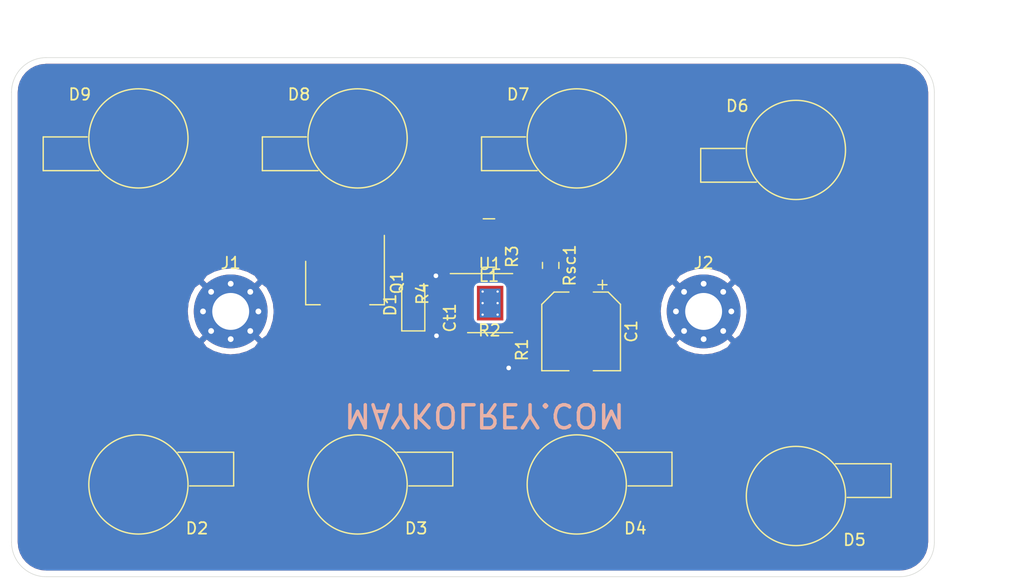
<source format=kicad_pcb>
(kicad_pcb (version 20211014) (generator pcbnew)
  (layers (0 "F.Cu" signal) (31 "B.Cu" signal) (34 "B.Paste" user) (35 "F.Paste" user) (36 "B.SilkS" user "B.Silkscreen") (37 "F.SilkS" user "F.Silkscreen") (38 "B.Mask" user) (39 "F.Mask" user) (44 "Edge.Cuts" user))
  (net 0 "")
  (net 1 "/Vin")
  (net 2 "GND")
  (net 3 "Net-(Ct1-Pad1)")
  (net 4 "Net-(D1-Pad2)")
  (net 5 "Net-(D2-Pad1)")
  (net 6 "Net-(D3-Pad1)")
  (net 7 "Net-(D4-Pad1)")
  (net 8 "Net-(D5-Pad1)")
  (net 9 "Net-(D6-Pad1)")
  (net 10 "Net-(D7-Pad1)")
  (net 11 "Net-(D8-Pad1)")
  (net 12 "Net-(L1-Pad1)")
  (net 13 "Net-(Q1-Pad1)")
  (net 14 "/V-SENSE")
  (net 15 "Net-(R3-Pad1)")
  (net 16 "VCC")
  (footprint "Capacitor_SMD:CP_Elec_6.3x5.2" (layer "F.Cu") (at 149.38 67.73 -90)
    (fp_text reference "C1" (at 0 -4.35 90) (layer "F.SilkS"))
    (fp_text value "100uF")
    (fp_line (start -3.41 -2.345563) (end -3.41 -1.06) (layer "F.SilkS") (width 0.12))
    (fp_line (start -3.41 2.345563) (end -2.345563 3.41) (layer "F.SilkS") (width 0.12))
    (fp_line (start 3.41 3.41) (end 3.41 1.06) (layer "F.SilkS") (width 0.12))
    (fp_line (start -3.41 -2.345563) (end -2.345563 -3.41) (layer "F.SilkS") (width 0.12))
    (fp_line (start -3.41 2.345563) (end -3.41 1.06) (layer "F.SilkS") (width 0.12))
    (fp_line (start 3.41 -3.41) (end 3.41 -1.06) (layer "F.SilkS") (width 0.12))
    (fp_line (start -4.04375 -2.24125) (end -4.04375 -1.45375) (layer "F.SilkS") (width 0.12))
    (fp_line (start -4.4375 -1.8475) (end -3.65 -1.8475) (layer "F.SilkS") (width 0.12))
    (fp_line (start -2.345563 -3.41) (end 3.41 -3.41) (layer "F.SilkS") (width 0.12))
    (fp_line (start -2.345563 3.41) (end 3.41 3.41) (layer "F.SilkS") (width 0.12))
    (pad "1" smd roundrect locked (at -2.8 0 270) (size 3.5 1.6) (layers "F.Cu" "F.Paste" "F.Mask") (roundrect_rratio 0.15625) (net 1 "/Vin"))
    (pad "2" smd roundrect locked (at 2.8 0 270) (size 3.5 1.6) (layers "F.Cu" "F.Paste" "F.Mask") (roundrect_rratio 0.15625) (net 2 "GND"))
  )
  (footprint "Capacitor_SMD:C_0402_1005Metric" (layer "F.Cu") (at 136.83 66.56 -90)
    (fp_text reference "Ct1" (at 0 -1.17 90) (layer "F.SilkS"))
    (fp_text value "560pF")
    (pad "1" smd roundrect locked (at -0.485 0 270) (size 0.59 0.64) (layers "F.Cu" "F.Paste" "F.Mask") (net 3 "Net-(Ct1-Pad1)"))
    (pad "2" smd roundrect locked (at 0.485 0 270) (size 0.59 0.64) (layers "F.Cu" "F.Paste" "F.Mask") (net 2 "GND"))
  )
  (footprint "Diode_SMD:D_SOD-123" (layer "F.Cu") (at 134.83 65.44 90)
    (fp_text reference "D1" (at 0 -2 90) (layer "F.SilkS"))
    (fp_text value "1N5819")
    (fp_line (start -2.25 1) (end 1.65 1) (layer "F.SilkS") (width 0.12))
    (fp_line (start -2.25 -1) (end -2.25 1) (layer "F.SilkS") (width 0.12))
    (fp_line (start -2.25 -1) (end 1.65 -1) (layer "F.SilkS") (width 0.12))
    (pad "1" smd rect locked (at -1.65 0 90) (size 0.9 1.2) (layers "F.Cu" "F.Paste" "F.Mask") (net 16 "VCC"))
    (pad "2" smd rect locked (at 1.65 0 90) (size 0.9 1.2) (layers "F.Cu" "F.Paste" "F.Mask") (net 4 "Net-(D1-Pad2)"))
  )
  (footprint "LED_SMD:LED_1W_3W_R8" (layer "F.Cu") (at 111 81 180)
    (fp_text reference "D2" (at -5.08 -3.81) (layer "F.SilkS"))
    (fp_text value "LED_1W")
    (fp_line (start -8.255 -0.127) (end -8.255 2.794) (layer "F.SilkS") (width 0.12))
    (fp_line (start -4.445 -0.127) (end -8.255 -0.127) (layer "F.SilkS") (width 0.12))
    (fp_line (start -8.255 2.794) (end -3.429 2.794) (layer "F.SilkS") (width 0.12))
    (fp_circle (center 0 0) (end -4.3 0) (layer "F.SilkS") (width 0.12) (fill none))
    (pad "1" smd rect locked (at -6.35 1.35 180) (size 3.5 2.7) (layers "F.Cu" "F.Paste" "F.Mask") (net 5 "Net-(D2-Pad1)"))
    (pad "2" smd rect locked (at 6.35 -1.35 180) (size 3.5 2.7) (layers "F.Cu" "F.Paste" "F.Mask") (net 16 "VCC"))
    (pad "3" smd circle locked (at 0 0 180) (size 5.7 5.7) (layers "F.Cu" "F.Paste" "F.Mask"))
  )
  (footprint "LED_SMD:LED_1W_3W_R8" (layer "F.Cu") (at 130 81 180)
    (fp_text reference "D3" (at -5.08 -3.81) (layer "F.SilkS"))
    (fp_text value "LED_1W")
    (fp_line (start -8.255 -0.127) (end -8.255 2.794) (layer "F.SilkS") (width 0.12))
    (fp_line (start -8.255 2.794) (end -3.429 2.794) (layer "F.SilkS") (width 0.12))
    (fp_line (start -4.445 -0.127) (end -8.255 -0.127) (layer "F.SilkS") (width 0.12))
    (fp_circle (center 0 0) (end -4.3 0) (layer "F.SilkS") (width 0.12) (fill none))
    (pad "1" smd rect locked (at -6.35 1.35 180) (size 3.5 2.7) (layers "F.Cu" "F.Paste" "F.Mask") (net 6 "Net-(D3-Pad1)"))
    (pad "2" smd rect locked (at 6.35 -1.35 180) (size 3.5 2.7) (layers "F.Cu" "F.Paste" "F.Mask") (net 5 "Net-(D2-Pad1)"))
    (pad "3" smd circle locked (at 0 0 180) (size 5.7 5.7) (layers "F.Cu" "F.Paste" "F.Mask"))
  )
  (footprint "LED_SMD:LED_1W_3W_R8" (layer "F.Cu") (at 149 81 180)
    (fp_text reference "D4" (at -5.08 -3.81) (layer "F.SilkS"))
    (fp_text value "LED_1W")
    (fp_line (start -4.445 -0.127) (end -8.255 -0.127) (layer "F.SilkS") (width 0.12))
    (fp_line (start -8.255 -0.127) (end -8.255 2.794) (layer "F.SilkS") (width 0.12))
    (fp_line (start -8.255 2.794) (end -3.429 2.794) (layer "F.SilkS") (width 0.12))
    (fp_circle (center 0 0) (end -4.3 0) (layer "F.SilkS") (width 0.12) (fill none))
    (pad "1" smd rect locked (at -6.35 1.35 180) (size 3.5 2.7) (layers "F.Cu" "F.Paste" "F.Mask") (net 7 "Net-(D4-Pad1)"))
    (pad "2" smd rect locked (at 6.35 -1.35 180) (size 3.5 2.7) (layers "F.Cu" "F.Paste" "F.Mask") (net 6 "Net-(D3-Pad1)"))
    (pad "3" smd circle locked (at 0 0 180) (size 5.7 5.7) (layers "F.Cu" "F.Paste" "F.Mask"))
  )
  (footprint "LED_SMD:LED_1W_3W_R8" (layer "F.Cu") (at 168 82 180)
    (fp_text reference "D5" (at -5.08 -3.81) (layer "F.SilkS"))
    (fp_text value "LED_1W")
    (fp_line (start -8.255 2.794) (end -3.429 2.794) (layer "F.SilkS") (width 0.12))
    (fp_line (start -4.445 -0.127) (end -8.255 -0.127) (layer "F.SilkS") (width 0.12))
    (fp_line (start -8.255 -0.127) (end -8.255 2.794) (layer "F.SilkS") (width 0.12))
    (fp_circle (center 0 0) (end -4.3 0) (layer "F.SilkS") (width 0.12) (fill none))
    (pad "1" smd rect locked (at -6.35 1.35 180) (size 3.5 2.7) (layers "F.Cu" "F.Paste" "F.Mask") (net 8 "Net-(D5-Pad1)"))
    (pad "2" smd rect locked (at 6.35 -1.35 180) (size 3.5 2.7) (layers "F.Cu" "F.Paste" "F.Mask") (net 7 "Net-(D4-Pad1)"))
    (pad "3" smd circle locked (at 0 0 180) (size 5.7 5.7) (layers "F.Cu" "F.Paste" "F.Mask"))
  )
  (footprint "LED_SMD:LED_1W_3W_R8" (layer "F.Cu") (at 168 52)
    (fp_text reference "D6" (at -5.08 -3.81 180) (layer "F.SilkS"))
    (fp_text value "LED_1W")
    (fp_line (start -8.255 2.794) (end -3.429 2.794) (layer "F.SilkS") (width 0.12))
    (fp_line (start -8.255 -0.127) (end -8.255 2.794) (layer "F.SilkS") (width 0.12))
    (fp_line (start -4.445 -0.127) (end -8.255 -0.127) (layer "F.SilkS") (width 0.12))
    (fp_circle (center 0 0) (end -4.3 0) (layer "F.SilkS") (width 0.12) (fill none))
    (pad "1" smd rect locked (at -6.35 1.35) (size 3.5 2.7) (layers "F.Cu" "F.Paste" "F.Mask") (net 9 "Net-(D6-Pad1)"))
    (pad "2" smd rect locked (at 6.35 -1.35) (size 3.5 2.7) (layers "F.Cu" "F.Paste" "F.Mask") (net 8 "Net-(D5-Pad1)"))
    (pad "3" smd circle locked (at 0 0) (size 5.7 5.7) (layers "F.Cu" "F.Paste" "F.Mask"))
  )
  (footprint "LED_SMD:LED_1W_3W_R8" (layer "F.Cu") (at 149 51)
    (fp_text reference "D7" (at -5.08 -3.81 180) (layer "F.SilkS"))
    (fp_text value "LED_1W")
    (fp_line (start -8.255 -0.127) (end -8.255 2.794) (layer "F.SilkS") (width 0.12))
    (fp_line (start -8.255 2.794) (end -3.429 2.794) (layer "F.SilkS") (width 0.12))
    (fp_line (start -4.445 -0.127) (end -8.255 -0.127) (layer "F.SilkS") (width 0.12))
    (fp_circle (center 0 0) (end -4.3 0) (layer "F.SilkS") (width 0.12) (fill none))
    (pad "1" smd rect locked (at -6.35 1.35) (size 3.5 2.7) (layers "F.Cu" "F.Paste" "F.Mask") (net 10 "Net-(D7-Pad1)"))
    (pad "2" smd rect locked (at 6.35 -1.35) (size 3.5 2.7) (layers "F.Cu" "F.Paste" "F.Mask") (net 9 "Net-(D6-Pad1)"))
    (pad "3" smd circle locked (at 0 0) (size 5.7 5.7) (layers "F.Cu" "F.Paste" "F.Mask"))
  )
  (footprint "LED_SMD:LED_1W_3W_R8" (layer "F.Cu") (at 130 51)
    (fp_text reference "D8" (at -5.08 -3.81) (layer "F.SilkS"))
    (fp_text value "LED_1W")
    (fp_line (start -8.255 2.794) (end -3.429 2.794) (layer "F.SilkS") (width 0.12))
    (fp_line (start -4.445 -0.127) (end -8.255 -0.127) (layer "F.SilkS") (width 0.12))
    (fp_line (start -8.255 -0.127) (end -8.255 2.794) (layer "F.SilkS") (width 0.12))
    (fp_circle (center 0 0) (end -4.3 0) (layer "F.SilkS") (width 0.12) (fill none))
    (pad "1" smd rect locked (at -6.35 1.35) (size 3.5 2.7) (layers "F.Cu" "F.Paste" "F.Mask") (net 11 "Net-(D8-Pad1)"))
    (pad "2" smd rect locked (at 6.35 -1.35) (size 3.5 2.7) (layers "F.Cu" "F.Paste" "F.Mask") (net 10 "Net-(D7-Pad1)"))
    (pad "3" smd circle locked (at 0 0) (size 5.7 5.7) (layers "F.Cu" "F.Paste" "F.Mask"))
  )
  (footprint "Inductor_SMD:L_Wuerth_MAPI-4030" (layer "F.Cu") (at 141.39 60.07 180)
    (fp_text reference "L1" (at 0 -2.85) (layer "F.SilkS"))
    (fp_text value "50uH")
    (fp_line (start -0.495 2.1) (end 0.495 2.1) (layer "F.SilkS") (width 0.12))
    (fp_line (start -0.495 -2.1) (end 0.495 -2.1) (layer "F.SilkS") (width 0.12))
    (pad "1" smd rect locked (at -1.185 0 180) (size 0.98 3.7) (layers "F.Cu" "F.Paste" "F.Mask") (net 12 "Net-(L1-Pad1)"))
    (pad "2" smd rect locked (at 1.185 0 180) (size 0.98 3.7) (layers "F.Cu" "F.Paste" "F.Mask") (net 4 "Net-(D1-Pad2)"))
  )
  (footprint "Resistor_SMD:R_0402_1005Metric" (layer "F.Cu") (at 143.08 69.33 -90)
    (fp_text reference "R1" (at 0 -1.17 90) (layer "F.SilkS"))
    (fp_text value "5.2K")
    (pad "1" smd roundrect locked (at -0.485 0 270) (size 0.59 0.64) (layers "F.Cu" "F.Paste" "F.Mask") (net 14 "/V-SENSE"))
    (pad "2" smd roundrect locked (at 0.485 0 270) (size 0.59 0.64) (layers "F.Cu" "F.Paste" "F.Mask") (net 2 "GND"))
  )
  (footprint "Resistor_SMD:R_0402_1005Metric" (layer "F.Cu") (at 141.43 68.82)
    (fp_text reference "R2" (at 0 -1.17) (layer "F.SilkS"))
    (fp_text value "100K")
    (pad "1" smd roundrect locked (at -0.485 0) (size 0.59 0.64) (layers "F.Cu" "F.Paste" "F.Mask") (net 16 "VCC"))
    (pad "2" smd roundrect locked (at 0.485 0) (size 0.59 0.64) (layers "F.Cu" "F.Paste" "F.Mask") (net 14 "/V-SENSE"))
  )
  (footprint "Resistor_SMD:R_0402_1005Metric" (layer "F.Cu") (at 136.79 64.45 90)
    (fp_text reference "R4" (at 0 -1.17 90) (layer "F.SilkS"))
    (fp_text value "R")
    (pad "1" smd roundrect locked (at -0.485 0 90) (size 0.59 0.64) (layers "F.Cu" "F.Paste" "F.Mask") (net 13 "Net-(Q1-Pad1)"))
    (pad "2" smd roundrect locked (at 0.485 0 90) (size 0.59 0.64) (layers "F.Cu" "F.Paste" "F.Mask") (net 2 "GND"))
  )
  (footprint "Resistor_SMD:R_0805_2012Metric" (layer "F.Cu") (at 146.74 62.01 -90)
    (fp_text reference "Rsc1" (at 0 -1.65 90) (layer "F.SilkS"))
    (fp_text value "0.11")
    (fp_line (start -0.258578 -0.71) (end 0.258578 -0.71) (layer "F.SilkS") (width 0.12))
    (fp_line (start -0.258578 0.71) (end 0.258578 0.71) (layer "F.SilkS") (width 0.12))
    (pad "1" smd roundrect locked (at -0.9375 0 270) (size 0.975 1.4) (layers "F.Cu" "F.Paste" "F.Mask") (net 12 "Net-(L1-Pad1)"))
    (pad "2" smd roundrect locked (at 0.9375 0 270) (size 0.975 1.4) (layers "F.Cu" "F.Paste" "F.Mask") (net 1 "/Vin"))
  )
  (footprint "Package_SO:SOIC-8-1EP_3.9x4.9mm_P1.27mm_EP2.29x3mm_ThermalVias" (layer "F.Cu") (at 141.49 65.28)
    (fp_text reference "U1" (at 0 -3.4) (layer "F.SilkS"))
    (fp_text value "MC34063")
    (fp_line (start 0 -2.56) (end -3.45 -2.56) (layer "F.SilkS") (width 0.12))
    (fp_line (start 0 -2.56) (end 1.95 -2.56) (layer "F.SilkS") (width 0.12))
    (fp_line (start 0 2.56) (end -1.95 2.56) (layer "F.SilkS") (width 0.12))
    (fp_line (start 0 2.56) (end 1.95 2.56) (layer "F.SilkS") (width 0.12))
    (pad "1" smd roundrect locked (at -2.475 -1.905) (size 1.95 0.6) (layers "F.Cu" "F.Paste" "F.Mask") (net 4 "Net-(D1-Pad2)"))
    (pad "2" smd roundrect locked (at -2.475 -0.635) (size 1.95 0.6) (layers "F.Cu" "F.Paste" "F.Mask") (net 13 "Net-(Q1-Pad1)"))
    (pad "3" smd roundrect locked (at -2.475 0.635) (size 1.95 0.6) (layers "F.Cu" "F.Paste" "F.Mask") (net 3 "Net-(Ct1-Pad1)"))
    (pad "4" smd roundrect locked (at -2.475 1.905) (size 1.95 0.6) (layers "F.Cu" "F.Paste" "F.Mask") (net 2 "GND"))
    (pad "5" smd roundrect locked (at 2.475 1.905) (size 1.95 0.6) (layers "F.Cu" "F.Paste" "F.Mask") (net 14 "/V-SENSE"))
    (pad "6" smd roundrect locked (at 2.475 0.635) (size 1.95 0.6) (layers "F.Cu" "F.Paste" "F.Mask") (net 1 "/Vin"))
    (pad "7" smd roundrect locked (at 2.475 -0.635) (size 1.95 0.6) (layers "F.Cu" "F.Paste" "F.Mask") (net 12 "Net-(L1-Pad1)"))
    (pad "8" smd roundrect locked (at 2.475 -1.905) (size 1.95 0.6) (layers "F.Cu" "F.Paste" "F.Mask") (net 15 "Net-(R3-Pad1)"))
    (pad "9" smd rect locked (at 0 0) (size 1.8 2.5) (layers "B.Cu"))
    (pad "9" smd rect locked (at 0 0) (size 2.29 3) (layers "F.Cu" "F.Mask"))
    (pad "9" thru_hole circle locked (at -0.65 0) (size 0.5 0.5) (drill 0.2) (layers *.Cu))
    (pad "9" thru_hole circle locked (at 0.65 1) (size 0.5 0.5) (drill 0.2) (layers *.Cu))
    (pad "9" thru_hole circle locked (at 0.65 -1) (size 0.5 0.5) (drill 0.2) (layers *.Cu))
    (pad "9" thru_hole circle locked (at -0.65 1) (size 0.5 0.5) (drill 0.2) (layers *.Cu))
    (pad "9" thru_hole circle locked (at -0.65 -1) (size 0.5 0.5) (drill 0.2) (layers *.Cu))
    (pad "9" thru_hole circle locked (at 0.65 0) (size 0.5 0.5) (drill 0.2) (layers *.Cu))
  )
  (footprint "LED_SMD:LED_1W_3W_R8" (layer "F.Cu") (at 111 51)
    (fp_text reference "D9" (at -5.08 -3.81) (layer "F.SilkS"))
    (fp_text value "LED_1W")
    (fp_line (start -8.255 -0.127) (end -8.255 2.794) (layer "F.SilkS") (width 0.12))
    (fp_line (start -8.255 2.794) (end -3.429 2.794) (layer "F.SilkS") (width 0.12))
    (fp_line (start -4.445 -0.127) (end -8.255 -0.127) (layer "F.SilkS") (width 0.12))
    (fp_circle (center 0 0) (end -4.3 0) (layer "F.SilkS") (width 0.12) (fill none))
    (pad "1" smd rect locked (at -6.35 1.35) (size 3.5 2.7) (layers "F.Cu" "F.Paste" "F.Mask") (net 2 "GND"))
    (pad "2" smd rect locked (at 6.35 -1.35) (size 3.5 2.7) (layers "F.Cu" "F.Paste" "F.Mask") (net 11 "Net-(D8-Pad1)"))
    (pad "3" smd circle locked (at 0 0) (size 5.7 5.7) (layers "F.Cu" "F.Paste" "F.Mask"))
  )
  (footprint "Resistor_SMD:R_0402_1005Metric" (layer "F.Cu") (at 144.56 61.25 90)
    (fp_text reference "R3" (at 0 -1.17 90) (layer "F.SilkS"))
    (fp_text value "180")
    (pad "1" smd roundrect locked (at -0.485 0 90) (size 0.59 0.64) (layers "F.Cu" "F.Paste" "F.Mask") (net 15 "Net-(R3-Pad1)"))
    (pad "2" smd roundrect locked (at 0.485 0 90) (size 0.59 0.64) (layers "F.Cu" "F.Paste" "F.Mask") (net 12 "Net-(L1-Pad1)"))
  )
  (footprint "Package_TO_SOT_SMD:SOT-223-3_TabPin2" (layer "F.Cu") (at 128.91 63.51 -90)
    (fp_text reference "Q1" (at 0 -4.5 90) (layer "F.SilkS"))
    (fp_text value "NJT4031NT1G")
    (fp_line (start 1.91 3.41) (end 1.91 2.15) (layer "F.SilkS") (width 0.12))
    (fp_line (start -1.85 3.41) (end 1.91 3.41) (layer "F.SilkS") (width 0.12))
    (fp_line (start 1.91 -3.41) (end 1.91 -2.15) (layer "F.SilkS") (width 0.12))
    (fp_line (start -4.1 -3.41) (end 1.91 -3.41) (layer "F.SilkS") (width 0.12))
    (pad "1" smd rect locked (at -3.15 -2.3 270) (size 2 1.5) (layers "F.Cu" "F.Paste" "F.Mask") (net 13 "Net-(Q1-Pad1)"))
    (pad "2" smd rect locked (at 3.15 0 270) (size 2 3.8) (layers "F.Cu" "F.Paste" "F.Mask") (net 4 "Net-(D1-Pad2)"))
    (pad "2" smd rect locked (at -3.15 0 270) (size 2 1.5) (layers "F.Cu" "F.Paste" "F.Mask") (net 4 "Net-(D1-Pad2)"))
    (pad "3" smd rect locked (at -3.15 2.3 270) (size 2 1.5) (layers "F.Cu" "F.Paste" "F.Mask") (net 2 "GND"))
  )
  (footprint "MountingHole:MountingHole_3.2mm_M3_Pad_Via" (layer "F.Cu") (at 119 66)
    (fp_text reference "J1" (at 0 -4.2) (layer "F.SilkS"))
    (fp_text value "H")
    (pad "1" thru_hole circle locked (at -1.697056 -1.697056) (size 0.8 0.8) (drill 0.5) (layers *.Cu *.Mask) (net 2 "GND"))
    (pad "1" thru_hole circle locked (at 0 0) (size 6.4 6.4) (drill 3.2) (layers *.Cu *.Mask) (net 2 "GND"))
    (pad "1" thru_hole circle locked (at 0 -2.4) (size 0.8 0.8) (drill 0.5) (layers *.Cu *.Mask) (net 2 "GND"))
    (pad "1" thru_hole circle locked (at 1.697056 1.697056) (size 0.8 0.8) (drill 0.5) (layers *.Cu *.Mask) (net 2 "GND"))
    (pad "1" thru_hole circle locked (at -2.4 0) (size 0.8 0.8) (drill 0.5) (layers *.Cu *.Mask) (net 2 "GND"))
    (pad "1" thru_hole circle locked (at -1.697056 1.697056) (size 0.8 0.8) (drill 0.5) (layers *.Cu *.Mask) (net 2 "GND"))
    (pad "1" thru_hole circle locked (at 2.4 0) (size 0.8 0.8) (drill 0.5) (layers *.Cu *.Mask) (net 2 "GND"))
    (pad "1" thru_hole circle locked (at 1.697056 -1.697056) (size 0.8 0.8) (drill 0.5) (layers *.Cu *.Mask) (net 2 "GND"))
    (pad "1" thru_hole circle locked (at 0 2.4) (size 0.8 0.8) (drill 0.5) (layers *.Cu *.Mask) (net 2 "GND"))
  )
  (footprint "MountingHole:MountingHole_3.2mm_M3_Pad_Via" (layer "F.Cu") (at 160 66)
    (fp_text reference "J2" (at 0 -4.2) (layer "F.SilkS"))
    (fp_text value "H")
    (pad "1" thru_hole circle locked (at 0 0) (size 6.4 6.4) (drill 3.2) (layers *.Cu *.Mask) (net 2 "GND"))
    (pad "1" thru_hole circle locked (at 1.697056 1.697056) (size 0.8 0.8) (drill 0.5) (layers *.Cu *.Mask) (net 2 "GND"))
    (pad "1" thru_hole circle locked (at 2.4 0) (size 0.8 0.8) (drill 0.5) (layers *.Cu *.Mask) (net 2 "GND"))
    (pad "1" thru_hole circle locked (at -1.697056 -1.697056) (size 0.8 0.8) (drill 0.5) (layers *.Cu *.Mask) (net 2 "GND"))
    (pad "1" thru_hole circle locked (at 0 2.4) (size 0.8 0.8) (drill 0.5) (layers *.Cu *.Mask) (net 2 "GND"))
    (pad "1" thru_hole circle locked (at 0 -2.4) (size 0.8 0.8) (drill 0.5) (layers *.Cu *.Mask) (net 2 "GND"))
    (pad "1" thru_hole circle locked (at 1.697056 -1.697056) (size 0.8 0.8) (drill 0.5) (layers *.Cu *.Mask) (net 2 "GND"))
    (pad "1" thru_hole circle locked (at -2.4 0) (size 0.8 0.8) (drill 0.5) (layers *.Cu *.Mask) (net 2 "GND"))
    (pad "1" thru_hole circle locked (at -1.697056 1.697056) (size 0.8 0.8) (drill 0.5) (layers *.Cu *.Mask) (net 2 "GND"))
  )
  (gr_line (start 103 44) (end 177 44) (layer "Edge.Cuts") (width 0.05))
  (gr_line (start 100 86) (end 100 47) (layer "Edge.Cuts") (width 0.05))
  (gr_arc (start 180 86) (mid 179.12132 88.12132) (end 177 89) (layer "Edge.Cuts") (width 0.05))
  (gr_line (start 180 47) (end 180 86) (layer "Edge.Cuts") (width 0.05))
  (gr_line (start 177 89) (end 103 89) (layer "Edge.Cuts") (width 0.05))
  (gr_arc (start 177 44) (mid 179.12132 44.87868) (end 180 47) (layer "Edge.Cuts") (width 0.05))
  (gr_arc (start 103 89) (mid 100.87868 88.12132) (end 100 86) (layer "Edge.Cuts") (width 0.05))
  (gr_arc (start 100 47) (mid 100.87868 44.87868) (end 103 44) (layer "Edge.Cuts") (width 0.05))
  (gr_text "MAYKOLREY.COM" (at 141 75 180) (layer "B.SilkS") (effects (font (size 2 2) (thickness 0.3)) (justify mirror)))
  (segment (start 148.8775 62.9475) (end 149.38 63.45) (width 0.5) (layer "F.Cu") (net 1))
  (segment (start 148.395 65.915) (end 149.38 64.93) (width 0.5) (layer "F.Cu") (net 1))
  (segment (start 146.74 62.9475) (end 148.8775 62.9475) (width 0.5) (layer "F.Cu") (net 1))
  (segment (start 143.965 65.915) (end 148.395 65.915) (width 0.5) (layer "F.Cu") (net 1))
  (segment (start 149.38 63.45) (end 149.38 64.93) (width 0.5) (layer "F.Cu") (net 1))
  (segment (start 136.83 67.045) (end 136.83 68.1) (width 0.5) (layer "F.Cu") (net 2))
  (segment (start 136.97 67.185) (end 139.015 67.185) (width 0.5) (layer "F.Cu") (net 2))
  (segment (start 143.08 69.815) (end 143.08 70.88) (width 0.5) (layer "F.Cu") (net 2))
  (segment (start 136.79 63.965) (end 136.79 62.91) (width 0.5) (layer "F.Cu") (net 2))
  (segment (start 136.83 67.045) (end 136.97 67.185) (width 0.5) (layer "F.Cu") (net 2))
  (segment (start 136.83 68.1) (end 136.84 68.11) (width 0.5) (layer "F.Cu") (net 2))
  (segment (start 143.08 70.88) (end 143.1 70.9) (width 0.5) (layer "F.Cu") (net 2))
  (via (at 136.84 68.11) (size 0.8) (drill 0.4) (layers "F.Cu" "B.Cu") (net 2))
  (via (at 143.1 70.9) (size 0.8) (drill 0.4) (layers "F.Cu" "B.Cu") (net 2))
  (via (at 136.79 62.91) (size 0.8) (drill 0.4) (layers "F.Cu" "B.Cu") (net 2))
  (segment (start 139.015 65.915) (end 136.99 65.915) (width 0.5) (layer "F.Cu") (net 3))
  (segment (start 136.99 65.915) (end 136.83 66.075) (width 0.5) (layer "F.Cu") (net 3))
  (segment (start 134.83 59.21) (end 134.85 59.21) (width 1.2) (layer "F.Cu") (net 4))
  (segment (start 128.91 60.36) (end 128.91 66.66) (width 1.2) (layer "F.Cu") (net 4))
  (segment (start 134.83 60.05) (end 134.83 59.21) (width 1.2) (layer "F.Cu") (net 4))
  (segment (start 134.83 60.18) (end 134.96 60.31) (width 0.5) (layer "F.Cu") (net 4))
  (segment (start 134.83 59.21) (end 133.55 57.93) (width 1.2) (layer "F.Cu") (net 4))
  (segment (start 139.015 63.375) (end 139.015 61.26) (width 0.5) (layer "F.Cu") (net 4))
  (segment (start 134.83 63.79) (end 134.83 60.05) (width 1.2) (layer "F.Cu") (net 4))
  (segment (start 134.83 60.05) (end 134.83 60.18) (width 0.5) (layer "F.Cu") (net 4))
  (segment (start 129.87 57.93) (end 128.91 58.89) (width 1.2) (layer "F.Cu") (net 4))
  (segment (start 128.91 58.89) (end 128.91 60.36) (width 1.2) (layer "F.Cu") (net 4))
  (segment (start 134.85 59.21) (end 135.71 60.07) (width 1.2) (layer "F.Cu") (net 4))
  (segment (start 133.55 57.93) (end 129.87 57.93) (width 1.2) (layer "F.Cu") (net 4))
  (segment (start 139.015 61.26) (end 140.205 60.07) (width 0.5) (layer "F.Cu") (net 4))
  (segment (start 135.71 60.07) (end 140.205 60.07) (width 1.2) (layer "F.Cu") (net 4))
  (segment (start 120.95 79.65) (end 123.65 82.35) (width 1.2) (layer "F.Cu") (net 5))
  (segment (start 117.35 79.65) (end 120.95 79.65) (width 1.2) (layer "F.Cu") (net 5))
  (segment (start 139.95 79.65) (end 142.65 82.35) (width 1.2) (layer "F.Cu") (net 6))
  (segment (start 136.35 79.65) (end 139.95 79.65) (width 1.2) (layer "F.Cu") (net 6))
  (segment (start 155.35 79.65) (end 157.95 79.65) (width 1.2) (layer "F.Cu") (net 7))
  (segment (start 157.95 79.65) (end 161.65 83.35) (width 1.2) (layer "F.Cu") (net 7))
  (segment (start 174.35 80.65) (end 174.35 50.65) (width 1.2) (layer "F.Cu") (net 8))
  (segment (start 161.65 53.35) (end 159.05 53.35) (width 1.2) (layer "F.Cu") (net 9))
  (segment (start 159.05 53.35) (end 155.35 49.65) (width 1.2) (layer "F.Cu") (net 9))
  (segment (start 139.05 52.35) (end 136.35 49.65) (width 1.2) (layer "F.Cu") (net 10))
  (segment (start 142.65 52.35) (end 139.05 52.35) (width 1.2) (layer "F.Cu") (net 10))
  (segment (start 123.65 52.35) (end 120.05 52.35) (width 1.2) (layer "F.Cu") (net 11))
  (segment (start 120.05 52.35) (end 117.35 49.65) (width 1.2) (layer "F.Cu") (net 11))
  (segment (start 143.27 60.765) (end 142.575 60.07) (width 0.5) (layer "F.Cu") (net 12))
  (segment (start 145.34 61.07) (end 145.035 60.765) (width 0.5) (layer "F.Cu") (net 12))
  (segment (start 145.5 64.21) (end 145.5 61.54) (width 0.25) (layer "F.Cu") (net 12))
  (segment (start 143.965 64.645) (end 145.065 64.645) (width 0.25) (layer "F.Cu") (net 12))
  (segment (start 146.74 61.0725) (end 146.7375 61.07) (width 0.5) (layer "F.Cu") (net 12))
  (segment (start 145.065 64.645) (end 145.5 64.21) (width 0.25) (layer "F.Cu") (net 12))
  (segment (start 145.035 60.765) (end 144.56 60.765) (width 0.5) (layer "F.Cu") (net 12))
  (segment (start 145.5 61.54) (end 145.9675 61.0725) (width 0.25) (layer "F.Cu") (net 12))
  (segment (start 144.56 60.765) (end 143.27 60.765) (width 0.5) (layer "F.Cu") (net 12))
  (segment (start 145.9675 61.0725) (end 146.74 61.0725) (width 0.25) (layer "F.Cu") (net 12))
  (segment (start 146.7375 61.07) (end 145.34 61.07) (width 0.5) (layer "F.Cu") (net 12))
  (segment (start 137.575 64.645) (end 139.015 64.645) (width 0.5) (layer "F.Cu") (net 13))
  (segment (start 131.21 62.63) (end 131.21 60.36) (width 0.5) (layer "F.Cu") (net 13))
  (segment (start 137.285 64.935) (end 137.575 64.645) (width 0.5) (layer "F.Cu") (net 13))
  (segment (start 133.515 64.935) (end 131.21 62.63) (width 0.5) (layer "F.Cu") (net 13))
  (segment (start 136.79 64.935) (end 137.285 64.935) (width 0.5) (layer "F.Cu") (net 13))
  (segment (start 136.79 64.935) (end 133.515 64.935) (width 0.5) (layer "F.Cu") (net 13))
  (segment (start 141.915 68.82) (end 143.055 68.82) (width 0.5) (layer "F.Cu") (net 14))
  (segment (start 143.08 68.845) (end 143.655 68.845) (width 0.5) (layer "F.Cu") (net 14))
  (segment (start 143.655 68.845) (end 143.965 68.535) (width 0.5) (layer "F.Cu") (net 14))
  (segment (start 143.965 68.535) (end 143.965 67.185) (width 0.5) (layer "F.Cu") (net 14))
  (segment (start 143.055 68.82) (end 143.08 68.845) (width 0.5) (layer "F.Cu") (net 14))
  (segment (start 143.965 62.33) (end 144.56 61.735) (width 0.5) (layer "F.Cu") (net 15))
  (segment (start 143.965 63.375) (end 143.965 62.33) (width 0.5) (layer "F.Cu") (net 15))
  (segment (start 137.750002 69.75) (end 138.665001 68.835001) (width 0.5) (layer "F.Cu") (net 16))
  (segment (start 105.66 74.34) (end 130.12 74.34) (width 1.2) (layer "F.Cu") (net 16))
  (segment (start 135.64 69.75) (end 137.750002 69.75) (width 0.5) (layer "F.Cu") (net 16))
  (segment (start 104.65 82.35) (end 104.65 75.35) (width 1.2) (layer "F.Cu") (net 16))
  (segment (start 104.65 75.35) (end 105.66 74.34) (width 1.2) (layer "F.Cu") (net 16))
  (segment (start 140.929999 68.835001) (end 140.945 68.82) (width 0.5) (layer "F.Cu") (net 16))
  (segment (start 134.83 69.63) (end 134.83 67.09) (width 1.2) (layer "F.Cu") (net 16))
  (segment (start 134.83 67.09) (end 134.83 68.94) (width 0.5) (layer "F.Cu") (net 16))
  (segment (start 134.83 68.94) (end 135.64 69.75) (width 0.5) (layer "F.Cu") (net 16))
  (segment (start 138.665001 68.835001) (end 140.929999 68.835001) (width 0.5) (layer "F.Cu") (net 16))
  (segment (start 130.12 74.34) (end 134.83 69.63) (width 1.2) (layer "F.Cu") (net 16))
  (zone (net 2) (net_name "GND") (layer "F.Cu") (connect_pads (clearance 0.508)) (min_thickness 0.254) (fill yes (thermal_gap 0.508) (thermal_bridge_width 0.508))
    (polygon (pts (xy 181 90) (xy 99 90) (xy 99 43) (xy 181 43)))
  )
  (zone (net 2) (net_name "GND") (layer "B.Cu") (connect_pads (clearance 0.508)) (min_thickness 0.254) (fill yes (thermal_gap 0.508) (thermal_bridge_width 0.508))
    (polygon (pts (xy 181 90) (xy 99 90) (xy 99 43) (xy 181 43)))
  )
)
</source>
